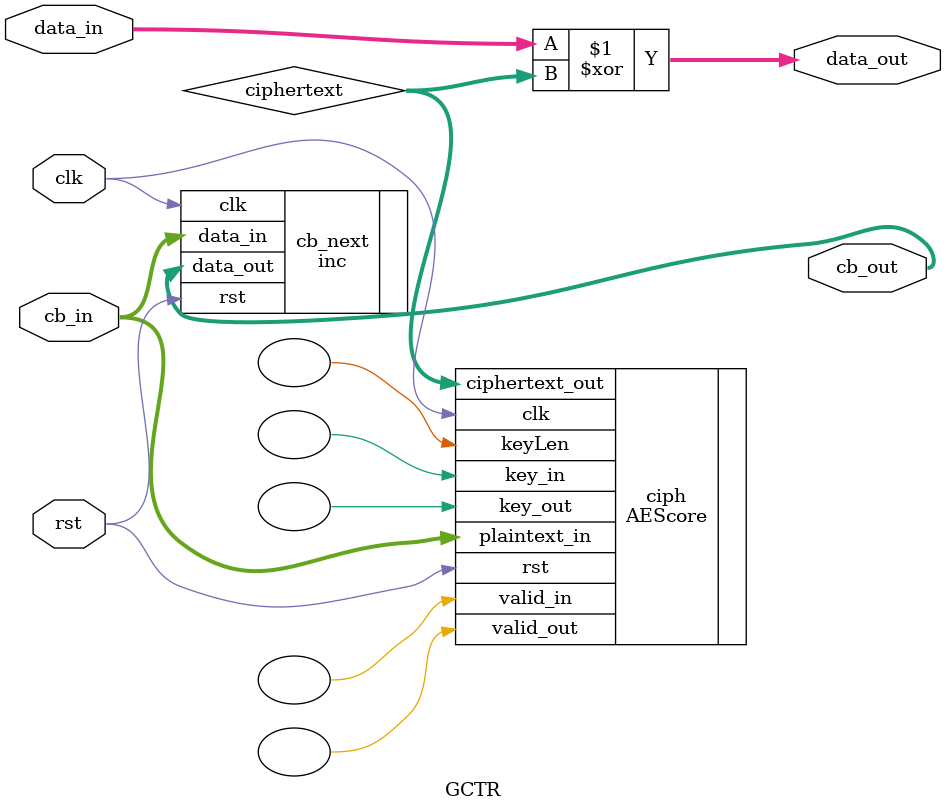
<source format=v>

module GCTR
	#(
	parameter DATA_WIDTH = 128,				// Bit size of block input, set to 128-bit
	parameter ICB_WIDTH = 128,					// Bit size of initial counter block input, will define size for all CBs
	parameter S = 32,								// Amount of right-most bits for increment operation
	parameter KEY_WIDTH = 128,
	parameter ROM_WIDTH = 20,
	parameter SELECT_SUBBYTE = 1,
	parameter WORD = 32
	)
	(
	input wire clk,
	input wire rst,								// Active Low
	input wire [DATA_WIDTH-1:0] data_in,	// block input Xn
	input wire [ICB_WIDTH-1:0] cb_in,		// counter block input CBi
	output wire [DATA_WIDTH-1:0] data_out,	// block output Yn, same size as block input
	output wire [ICB_WIDTH-1:0] cb_out		// next counter block output Cb(i+1)
	);
	
	// temporary variable to store only the ciphertext of AES on the CB
	// Used because AEScoure produces several outputs that we do not use
	reg [DATA_WIDTH-1:0] ciphertext;
	
	// Insert CIPH function, applied to Counter Block CB with key K
	// In our case, we use AES encryption
	AEScore #(KEY_WIDTH, ICB_WIDTH, ROM_WIDTH, SELECT_SUBBYTE, WORD) ciph (
		.clk(clk),
		.rst(rst),
		.valid_in(),
		.plaintext_in(cb_in),
		.key_in(),
		.keyLen(),
		.ciphertext_out(ciphertext),
		.key_out(),
		.valid_out()
	); // end block cipher instantiation
	
	
	// Call inc function to generate next counter block
	inc #(S, ICB_WIDTH) cb_next (
		.clk(clk), 
		.rst(rst), 
		.data_in(cb_in), 
		.data_out(cb_out)
	); // end inc instantiation

	// original bit string input XORed with counter block which has went through AES Encrypt
	assign data_out = data_in ^ ciphertext;
	
endmodule

</source>
